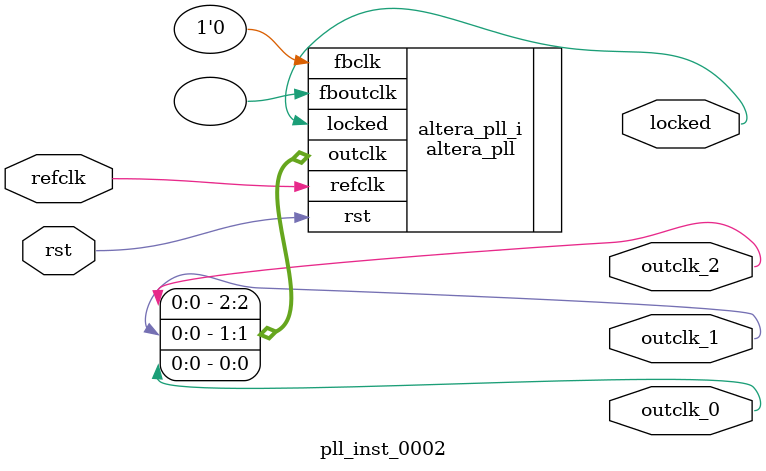
<source format=v>
`timescale 1ns/10ps
module  pll_inst_0002(

	// interface 'refclk'
	input wire refclk,

	// interface 'reset'
	input wire rst,

	// interface 'outclk0'
	output wire outclk_0,

	// interface 'outclk1'
	output wire outclk_1,

	// interface 'outclk2'
	output wire outclk_2,

	// interface 'locked'
	output wire locked
);

	altera_pll #(
		.fractional_vco_multiplier("false"),
		.reference_clock_frequency("50.0 MHz"),
		.operation_mode("direct"),
		.number_of_clocks(3),
		.output_clock_frequency0("50.000000 MHz"),
		.phase_shift0("0 ps"),
		.duty_cycle0(50),
		.output_clock_frequency1("50.000000 MHz"),
		.phase_shift1("0 ps"),
		.duty_cycle1(50),
		.output_clock_frequency2("100.000000 MHz"),
		.phase_shift2("0 ps"),
		.duty_cycle2(50),
		.output_clock_frequency3("0 MHz"),
		.phase_shift3("0 ps"),
		.duty_cycle3(50),
		.output_clock_frequency4("0 MHz"),
		.phase_shift4("0 ps"),
		.duty_cycle4(50),
		.output_clock_frequency5("0 MHz"),
		.phase_shift5("0 ps"),
		.duty_cycle5(50),
		.output_clock_frequency6("0 MHz"),
		.phase_shift6("0 ps"),
		.duty_cycle6(50),
		.output_clock_frequency7("0 MHz"),
		.phase_shift7("0 ps"),
		.duty_cycle7(50),
		.output_clock_frequency8("0 MHz"),
		.phase_shift8("0 ps"),
		.duty_cycle8(50),
		.output_clock_frequency9("0 MHz"),
		.phase_shift9("0 ps"),
		.duty_cycle9(50),
		.output_clock_frequency10("0 MHz"),
		.phase_shift10("0 ps"),
		.duty_cycle10(50),
		.output_clock_frequency11("0 MHz"),
		.phase_shift11("0 ps"),
		.duty_cycle11(50),
		.output_clock_frequency12("0 MHz"),
		.phase_shift12("0 ps"),
		.duty_cycle12(50),
		.output_clock_frequency13("0 MHz"),
		.phase_shift13("0 ps"),
		.duty_cycle13(50),
		.output_clock_frequency14("0 MHz"),
		.phase_shift14("0 ps"),
		.duty_cycle14(50),
		.output_clock_frequency15("0 MHz"),
		.phase_shift15("0 ps"),
		.duty_cycle15(50),
		.output_clock_frequency16("0 MHz"),
		.phase_shift16("0 ps"),
		.duty_cycle16(50),
		.output_clock_frequency17("0 MHz"),
		.phase_shift17("0 ps"),
		.duty_cycle17(50),
		.pll_type("General"),
		.pll_subtype("General")
	) altera_pll_i (
		.rst	(rst),
		.outclk	({outclk_2, outclk_1, outclk_0}),
		.locked	(locked),
		.fboutclk	( ),
		.fbclk	(1'b0),
		.refclk	(refclk)
	);
endmodule


</source>
